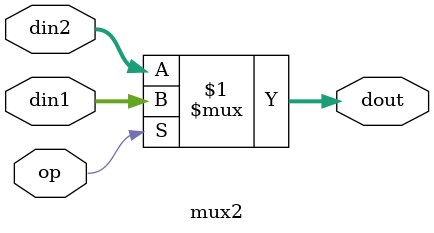
<source format=v>
`timescale 1ns / 1ps


module mux2 #(
    parameter DATA_WIDTH = 32
)(
    input [DATA_WIDTH-1:0] din1,din2,
	input op,
	output [DATA_WIDTH-1:0] dout
);
	assign dout = op ? din1 : din2;
endmodule

</source>
